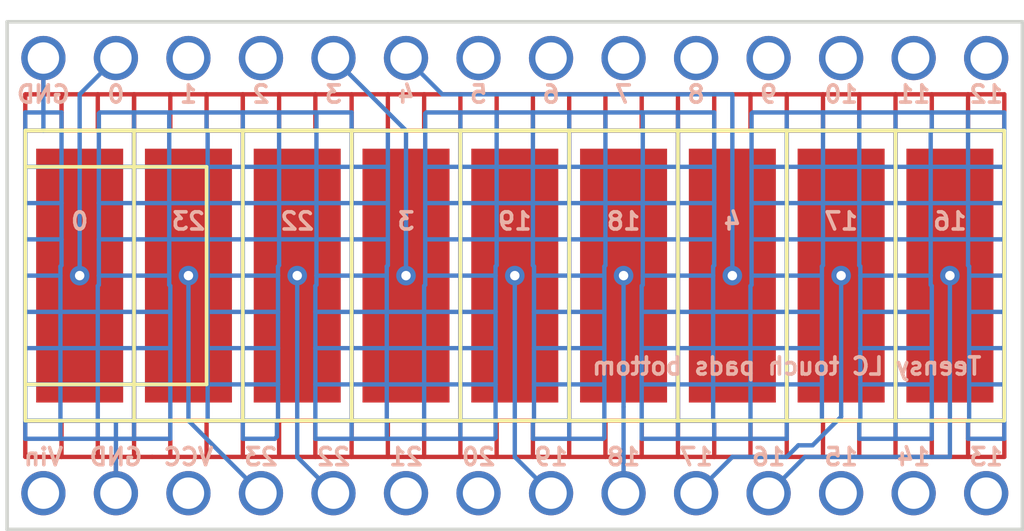
<source format=kicad_pcb>
(kicad_pcb (version 20170123) (host pcbnew no-vcs-found-29557e4~58~ubuntu17.04.1)

  (general
    (links 10)
    (no_connects 0)
    (area 24.896 23.8885 61.023501 43.243501)
    (thickness 1.6)
    (drawings 66)
    (tracks 546)
    (zones 0)
    (modules 11)
    (nets 28)
  )

  (page A4)
  (layers
    (0 F.Cu signal)
    (31 B.Cu signal)
    (32 B.Adhes user)
    (33 F.Adhes user)
    (34 B.Paste user)
    (35 F.Paste user)
    (36 B.SilkS user)
    (37 F.SilkS user)
    (38 B.Mask user)
    (39 F.Mask user)
    (40 Dwgs.User user)
    (41 Cmts.User user)
    (42 Eco1.User user)
    (43 Eco2.User user)
    (44 Edge.Cuts user)
    (45 Margin user)
    (46 B.CrtYd user)
    (47 F.CrtYd user)
    (48 B.Fab user)
    (49 F.Fab user)
  )

  (setup
    (last_trace_width 0.254)
    (user_trace_width 0.1524)
    (user_trace_width 0.2)
    (user_trace_width 0.25)
    (user_trace_width 0.3)
    (user_trace_width 0.4)
    (user_trace_width 0.5)
    (user_trace_width 0.6)
    (user_trace_width 0.8)
    (user_trace_width 1)
    (user_trace_width 1.2)
    (user_trace_width 1.5)
    (user_trace_width 2)
    (trace_clearance 0.254)
    (zone_clearance 0.1524)
    (zone_45_only no)
    (trace_min 0.1524)
    (segment_width 0.127)
    (edge_width 0.127)
    (via_size 0.6858)
    (via_drill 0.3302)
    (via_min_size 0.6858)
    (via_min_drill 0.3302)
    (uvia_size 0.508)
    (uvia_drill 0.127)
    (uvias_allowed no)
    (uvia_min_size 0.508)
    (uvia_min_drill 0.127)
    (pcb_text_width 0.127)
    (pcb_text_size 0.6 0.6)
    (mod_edge_width 0.127)
    (mod_text_size 0.6 0.6)
    (mod_text_width 0.127)
    (pad_size 3.048 8.89)
    (pad_drill 0)
    (pad_to_mask_clearance 0.05)
    (pad_to_paste_clearance -0.04)
    (aux_axis_origin 0 0)
    (visible_elements FFFFEF7F)
    (pcbplotparams
      (layerselection 0x3ffff_80000001)
      (usegerberextensions true)
      (usegerberattributes true)
      (excludeedgelayer true)
      (linewidth 0.127000)
      (plotframeref false)
      (viasonmask false)
      (mode 1)
      (useauxorigin false)
      (hpglpennumber 1)
      (hpglpenspeed 20)
      (hpglpendiameter 15)
      (psnegative false)
      (psa4output false)
      (plotreference true)
      (plotvalue true)
      (plotinvisibletext false)
      (padsonsilk false)
      (subtractmaskfromsilk false)
      (outputformat 1)
      (mirror false)
      (drillshape 0)
      (scaleselection 1)
      (outputdirectory CAM/))
  )

  (net 0 "")
  (net 1 GND)
  (net 2 /0)
  (net 3 /1)
  (net 4 /2)
  (net 5 /3)
  (net 6 /4)
  (net 7 /5)
  (net 8 /6)
  (net 9 /7)
  (net 10 /8)
  (net 11 /9)
  (net 12 /10)
  (net 13 /11)
  (net 14 /12)
  (net 15 /13)
  (net 16 /14)
  (net 17 /15)
  (net 18 /16)
  (net 19 /17)
  (net 20 /18)
  (net 21 /19)
  (net 22 /20)
  (net 23 /21)
  (net 24 /22)
  (net 25 /23)
  (net 26 VCC)
  (net 27 Vin)

  (net_class Default "Dit is de standaard class."
    (clearance 0.254)
    (trace_width 0.254)
    (via_dia 0.6858)
    (via_drill 0.3302)
    (uvia_dia 0.508)
    (uvia_drill 0.127)
    (add_net /0)
    (add_net /1)
    (add_net /10)
    (add_net /11)
    (add_net /12)
    (add_net /13)
    (add_net /14)
    (add_net /15)
    (add_net /16)
    (add_net /17)
    (add_net /18)
    (add_net /19)
    (add_net /2)
    (add_net /20)
    (add_net /21)
    (add_net /22)
    (add_net /23)
    (add_net /3)
    (add_net /4)
    (add_net /5)
    (add_net /6)
    (add_net /7)
    (add_net /8)
    (add_net /9)
    (add_net GND)
    (add_net VCC)
    (add_net Vin)
  )

  (net_class 0.2mm ""
    (clearance 0.2)
    (trace_width 0.2)
    (via_dia 0.6858)
    (via_drill 0.3302)
    (uvia_dia 0.508)
    (uvia_drill 0.127)
  )

  (net_class Minimal ""
    (clearance 0.1524)
    (trace_width 0.1524)
    (via_dia 0.6858)
    (via_drill 0.3302)
    (uvia_dia 0.508)
    (uvia_drill 0.127)
  )

  (module Touch:pad120x350 (layer F.Cu) (tedit 5938220B) (tstamp 593814AF)
    (at 58.42 34.29)
    (fp_text reference "" (at 0 0.5) (layer F.SilkS)
      (effects (font (size 1 1) (thickness 0.15)))
    )
    (fp_text value "" (at 0 -0.5) (layer F.Fab)
      (effects (font (size 1 1) (thickness 0.15)))
    )
    (pad 16 smd rect (at 0 0) (size 3.048 8.89) (layers F.Cu)
      (net 18 /16))
  )

  (module Perfboard:1x14 (layer F.Cu) (tedit 5931A313) (tstamp 59319A8F)
    (at 25.4 40.64)
    (fp_text reference "" (at 0 0.5) (layer F.SilkS)
      (effects (font (size 1 1) (thickness 0.15)))
    )
    (fp_text value "" (at 0 -0.5) (layer F.Fab)
      (effects (font (size 1 1) (thickness 0.15)))
    )
    (pad 13 thru_hole circle (at 34.29 1.27) (size 1.55 1.55) (drill 1.1) (layers *.Cu *.Mask)
      (net 15 /13))
    (pad 14 thru_hole circle (at 31.75 1.27) (size 1.55 1.55) (drill 1.1) (layers *.Cu *.Mask)
      (net 16 /14))
    (pad 15 thru_hole circle (at 29.21 1.27) (size 1.55 1.55) (drill 1.1) (layers *.Cu *.Mask)
      (net 17 /15))
    (pad 16 thru_hole circle (at 26.67 1.27) (size 1.55 1.55) (drill 1.1) (layers *.Cu *.Mask)
      (net 18 /16))
    (pad 17 thru_hole circle (at 24.13 1.27) (size 1.55 1.55) (drill 1.1) (layers *.Cu *.Mask)
      (net 19 /17))
    (pad 18 thru_hole circle (at 21.59 1.27) (size 1.55 1.55) (drill 1.1) (layers *.Cu *.Mask)
      (net 20 /18))
    (pad 19 thru_hole circle (at 19.05 1.27) (size 1.55 1.55) (drill 1.1) (layers *.Cu *.Mask)
      (net 21 /19))
    (pad 20 thru_hole circle (at 16.51 1.27) (size 1.55 1.55) (drill 1.1) (layers *.Cu *.Mask)
      (net 22 /20))
    (pad 21 thru_hole circle (at 13.97 1.27) (size 1.55 1.55) (drill 1.1) (layers *.Cu *.Mask)
      (net 23 /21))
    (pad 22 thru_hole circle (at 11.43 1.27) (size 1.55 1.55) (drill 1.1) (layers *.Cu *.Mask)
      (net 24 /22))
    (pad 23 thru_hole circle (at 8.89 1.27) (size 1.55 1.55) (drill 1.1) (layers *.Cu *.Mask)
      (net 25 /23))
    (pad VCC thru_hole circle (at 6.35 1.27) (size 1.55 1.55) (drill 1.1) (layers *.Cu *.Mask)
      (net 26 VCC))
    (pad GND thru_hole circle (at 3.81 1.27) (size 1.55 1.55) (drill 1.1) (layers *.Cu *.Mask)
      (net 1 GND))
    (pad Vin thru_hole circle (at 1.27 1.27) (size 1.55 1.55) (drill 1.1) (layers *.Cu *.Mask)
      (net 27 Vin))
  )

  (module Perfboard:1x14 (layer F.Cu) (tedit 5931A285) (tstamp 59319AB3)
    (at 25.4 25.4)
    (fp_text reference "" (at 0 0.5) (layer F.SilkS)
      (effects (font (size 1 1) (thickness 0.15)))
    )
    (fp_text value "" (at 0 -0.5) (layer F.Fab)
      (effects (font (size 1 1) (thickness 0.15)))
    )
    (pad 12 thru_hole circle (at 34.29 1.27) (size 1.55 1.55) (drill 1.1) (layers *.Cu *.Mask)
      (net 14 /12))
    (pad 11 thru_hole circle (at 31.75 1.27) (size 1.55 1.55) (drill 1.1) (layers *.Cu *.Mask)
      (net 13 /11))
    (pad 10 thru_hole circle (at 29.21 1.27) (size 1.55 1.55) (drill 1.1) (layers *.Cu *.Mask)
      (net 12 /10))
    (pad 9 thru_hole circle (at 26.67 1.27) (size 1.55 1.55) (drill 1.1) (layers *.Cu *.Mask)
      (net 11 /9))
    (pad 8 thru_hole circle (at 24.13 1.27) (size 1.55 1.55) (drill 1.1) (layers *.Cu *.Mask)
      (net 10 /8))
    (pad 7 thru_hole circle (at 21.59 1.27) (size 1.55 1.55) (drill 1.1) (layers *.Cu *.Mask)
      (net 9 /7))
    (pad 6 thru_hole circle (at 19.05 1.27) (size 1.55 1.55) (drill 1.1) (layers *.Cu *.Mask)
      (net 8 /6))
    (pad 5 thru_hole circle (at 16.51 1.27) (size 1.55 1.55) (drill 1.1) (layers *.Cu *.Mask)
      (net 7 /5))
    (pad 4 thru_hole circle (at 13.97 1.27) (size 1.55 1.55) (drill 1.1) (layers *.Cu *.Mask)
      (net 6 /4))
    (pad 3 thru_hole circle (at 11.43 1.27) (size 1.55 1.55) (drill 1.1) (layers *.Cu *.Mask)
      (net 5 /3))
    (pad 2 thru_hole circle (at 8.89 1.27) (size 1.55 1.55) (drill 1.1) (layers *.Cu *.Mask)
      (net 4 /2))
    (pad 1 thru_hole circle (at 6.35 1.27) (size 1.55 1.55) (drill 1.1) (layers *.Cu *.Mask)
      (net 3 /1))
    (pad 0 thru_hole circle (at 3.81 1.27) (size 1.55 1.55) (drill 1.1) (layers *.Cu *.Mask)
      (net 2 /0))
    (pad GND thru_hole circle (at 1.27 1.27) (size 1.55 1.55) (drill 1.1) (layers *.Cu *.Mask)
      (net 1 GND))
  )

  (module Touch:pad120x350 (layer F.Cu) (tedit 593817C5) (tstamp 59381735)
    (at 54.61 34.29)
    (fp_text reference "" (at 0 0.5) (layer F.SilkS)
      (effects (font (size 1 1) (thickness 0.15)))
    )
    (fp_text value "" (at 0 -0.5) (layer F.Fab)
      (effects (font (size 1 1) (thickness 0.15)))
    )
    (pad 17 smd rect (at 0 0) (size 3.048 8.89) (layers F.Cu)
      (net 19 /17))
  )

  (module Touch:pad120x350 (layer F.Cu) (tedit 593817DB) (tstamp 59381745)
    (at 50.8 34.29)
    (fp_text reference "" (at 0 0.5) (layer F.SilkS)
      (effects (font (size 1 1) (thickness 0.15)))
    )
    (fp_text value "" (at 0 -0.5) (layer F.Fab)
      (effects (font (size 1 1) (thickness 0.15)))
    )
    (pad 4 smd rect (at 0 0) (size 3.048 8.89) (layers F.Cu)
      (net 6 /4))
  )

  (module Touch:pad120x350 (layer F.Cu) (tedit 593817E6) (tstamp 5938174F)
    (at 46.99 34.29)
    (fp_text reference "" (at 0 0.5) (layer F.SilkS)
      (effects (font (size 1 1) (thickness 0.15)))
    )
    (fp_text value "" (at 0 -0.5) (layer F.Fab)
      (effects (font (size 1 1) (thickness 0.15)))
    )
    (pad 18 smd rect (at 0 0) (size 3.048 8.89) (layers F.Cu)
      (net 20 /18))
  )

  (module Touch:pad120x350 (layer F.Cu) (tedit 593817EF) (tstamp 59381758)
    (at 43.18 34.29)
    (fp_text reference "" (at 0 0.5) (layer F.SilkS)
      (effects (font (size 1 1) (thickness 0.15)))
    )
    (fp_text value "" (at 0 -0.5) (layer F.Fab)
      (effects (font (size 1 1) (thickness 0.15)))
    )
    (pad 19 smd rect (at 0 0) (size 3.048 8.89) (layers F.Cu)
      (net 21 /19))
  )

  (module Touch:pad120x350 (layer F.Cu) (tedit 593817F8) (tstamp 5938178B)
    (at 39.37 34.29)
    (fp_text reference "" (at 0 0.5) (layer F.SilkS)
      (effects (font (size 1 1) (thickness 0.15)))
    )
    (fp_text value "" (at 0 -0.5) (layer F.Fab)
      (effects (font (size 1 1) (thickness 0.15)))
    )
    (pad 3 smd rect (at 0 0) (size 3.048 8.89) (layers F.Cu)
      (net 5 /3))
  )

  (module Touch:pad120x350 (layer F.Cu) (tedit 59381802) (tstamp 59381794)
    (at 35.56 34.29)
    (fp_text reference "" (at 0 0.5) (layer F.SilkS)
      (effects (font (size 1 1) (thickness 0.15)))
    )
    (fp_text value "" (at 0 -0.5) (layer F.Fab)
      (effects (font (size 1 1) (thickness 0.15)))
    )
    (pad 22 smd rect (at 0 0) (size 3.048 8.89) (layers F.Cu)
      (net 24 /22))
  )

  (module Touch:pad120x350 (layer F.Cu) (tedit 5938180A) (tstamp 5938179D)
    (at 31.75 34.29)
    (fp_text reference "" (at 0 0.5) (layer F.SilkS)
      (effects (font (size 1 1) (thickness 0.15)))
    )
    (fp_text value "" (at 0 -0.5) (layer F.Fab)
      (effects (font (size 1 1) (thickness 0.15)))
    )
    (pad 23 smd rect (at 0 0) (size 3.048 8.89) (layers F.Cu)
      (net 25 /23))
  )

  (module Touch:pad120x350 (layer F.Cu) (tedit 59381815) (tstamp 593817A6)
    (at 27.94 34.29)
    (fp_text reference "" (at 0 0.5) (layer F.SilkS)
      (effects (font (size 1 1) (thickness 0.15)))
    )
    (fp_text value "" (at 0 -0.5) (layer F.Fab)
      (effects (font (size 1 1) (thickness 0.15)))
    )
    (pad 0 smd rect (at 0 0) (size 3.048 8.89) (layers F.Cu)
      (net 2 /0))
  )

  (gr_text "Teensy LC touch pads bottom" (at 52.705 37.465) (layer B.SilkS)
    (effects (font (size 0.6 0.6) (thickness 0.127)) (justify mirror))
  )
  (gr_text Vin (at 26.67 40.64) (layer B.SilkS)
    (effects (font (size 0.6 0.6) (thickness 0.127)) (justify mirror))
  )
  (gr_text GND (at 29.21 40.64) (layer B.SilkS)
    (effects (font (size 0.6 0.6) (thickness 0.127)) (justify mirror))
  )
  (gr_text VCC (at 31.75 40.64) (layer B.SilkS)
    (effects (font (size 0.6 0.6) (thickness 0.127)) (justify mirror))
  )
  (gr_text 23 (at 34.29 40.64) (layer B.SilkS)
    (effects (font (size 0.6 0.6) (thickness 0.127)) (justify mirror))
  )
  (gr_text 22 (at 36.83 40.64) (layer B.SilkS)
    (effects (font (size 0.6 0.6) (thickness 0.127)) (justify mirror))
  )
  (gr_text 21 (at 39.37 40.64) (layer B.SilkS)
    (effects (font (size 0.6 0.6) (thickness 0.127)) (justify mirror))
  )
  (gr_text 20 (at 41.91 40.64) (layer B.SilkS)
    (effects (font (size 0.6 0.6) (thickness 0.127)) (justify mirror))
  )
  (gr_text 19 (at 44.45 40.64) (layer B.SilkS)
    (effects (font (size 0.6 0.6) (thickness 0.127)) (justify mirror))
  )
  (gr_text 18 (at 46.99 40.64) (layer B.SilkS)
    (effects (font (size 0.6 0.6) (thickness 0.127)) (justify mirror))
  )
  (gr_text 17 (at 49.53 40.64) (layer B.SilkS)
    (effects (font (size 0.6 0.6) (thickness 0.127)) (justify mirror))
  )
  (gr_text 16 (at 52.07 40.64) (layer B.SilkS)
    (effects (font (size 0.6 0.6) (thickness 0.127)) (justify mirror))
  )
  (gr_text 15 (at 54.61 40.64) (layer B.SilkS)
    (effects (font (size 0.6 0.6) (thickness 0.127)) (justify mirror))
  )
  (gr_text 14 (at 57.15 40.64) (layer B.SilkS)
    (effects (font (size 0.6 0.6) (thickness 0.127)) (justify mirror))
  )
  (gr_text 13 (at 59.69 40.64) (layer B.SilkS)
    (effects (font (size 0.6 0.6) (thickness 0.127)) (justify mirror))
  )
  (gr_text 12 (at 59.69 27.94) (layer B.SilkS)
    (effects (font (size 0.6 0.6) (thickness 0.127)) (justify mirror))
  )
  (gr_text 11 (at 57.15 27.94) (layer B.SilkS)
    (effects (font (size 0.6 0.6) (thickness 0.127)) (justify mirror))
  )
  (gr_text 10 (at 54.61 27.94) (layer B.SilkS)
    (effects (font (size 0.6 0.6) (thickness 0.127)) (justify mirror))
  )
  (gr_text 9 (at 52.07 27.94) (layer B.SilkS)
    (effects (font (size 0.6 0.6) (thickness 0.127)) (justify mirror))
  )
  (gr_text 8 (at 49.53 27.94) (layer B.SilkS)
    (effects (font (size 0.6 0.6) (thickness 0.127)) (justify mirror))
  )
  (gr_text 7 (at 46.99 27.94) (layer B.SilkS)
    (effects (font (size 0.6 0.6) (thickness 0.127)) (justify mirror))
  )
  (gr_text 6 (at 44.45 27.94) (layer B.SilkS)
    (effects (font (size 0.6 0.6) (thickness 0.127)) (justify mirror))
  )
  (gr_text 5 (at 41.91 27.94) (layer B.SilkS)
    (effects (font (size 0.6 0.6) (thickness 0.127)) (justify mirror))
  )
  (gr_text 4 (at 39.37 27.94) (layer B.SilkS)
    (effects (font (size 0.6 0.6) (thickness 0.127)) (justify mirror))
  )
  (gr_text 3 (at 36.83 27.94) (layer B.SilkS)
    (effects (font (size 0.6 0.6) (thickness 0.127)) (justify mirror))
  )
  (gr_text 2 (at 34.29 27.94) (layer B.SilkS)
    (effects (font (size 0.6 0.6) (thickness 0.127)) (justify mirror))
  )
  (gr_text 1 (at 31.75 27.94) (layer B.SilkS)
    (effects (font (size 0.6 0.6) (thickness 0.127)) (justify mirror))
  )
  (gr_text 0 (at 29.21 27.94) (layer B.SilkS)
    (effects (font (size 0.6 0.6) (thickness 0.127)) (justify mirror))
  )
  (gr_text GND (at 26.67 27.94) (layer B.SilkS)
    (effects (font (size 0.6 0.6) (thickness 0.127)) (justify mirror))
  )
  (gr_text 0 (at 27.94 32.385) (layer B.SilkS)
    (effects (font (size 0.6 0.6) (thickness 0.127)) (justify mirror))
  )
  (gr_text 23 (at 31.75 32.385) (layer B.SilkS)
    (effects (font (size 0.6 0.6) (thickness 0.127)) (justify mirror))
  )
  (gr_text 22 (at 35.56 32.385) (layer B.SilkS)
    (effects (font (size 0.6 0.6) (thickness 0.127)) (justify mirror))
  )
  (gr_text 3 (at 39.37 32.385) (layer B.SilkS)
    (effects (font (size 0.6 0.6) (thickness 0.127)) (justify mirror))
  )
  (gr_text 19 (at 43.18 32.385) (layer B.SilkS)
    (effects (font (size 0.6 0.6) (thickness 0.127)) (justify mirror))
  )
  (gr_text 18 (at 46.99 32.385) (layer B.SilkS)
    (effects (font (size 0.6 0.6) (thickness 0.127)) (justify mirror))
  )
  (gr_text 4 (at 50.8 32.385) (layer B.SilkS)
    (effects (font (size 0.6 0.6) (thickness 0.127)) (justify mirror))
  )
  (gr_text 17 (at 54.61 32.385) (layer B.SilkS)
    (effects (font (size 0.6 0.6) (thickness 0.127)) (justify mirror))
  )
  (gr_text 16 (at 58.42 32.385) (layer B.SilkS)
    (effects (font (size 0.6 0.6) (thickness 0.127)) (justify mirror))
  )
  (gr_line (start 32.385 38.1) (end 26.035 38.1) (angle 90) (layer F.SilkS) (width 0.127))
  (gr_line (start 32.385 30.48) (end 32.385 38.1) (angle 90) (layer F.SilkS) (width 0.127))
  (gr_line (start 26.035 30.48) (end 32.385 30.48) (angle 90) (layer F.SilkS) (width 0.127))
  (gr_line (start 56.515 29.21) (end 26.67 29.21) (angle 90) (layer F.SilkS) (width 0.127))
  (gr_line (start 56.515 39.37) (end 56.515 29.21) (angle 90) (layer F.SilkS) (width 0.127))
  (gr_line (start 52.705 39.37) (end 56.515 39.37) (angle 90) (layer F.SilkS) (width 0.127))
  (gr_line (start 52.705 29.21) (end 52.705 39.37) (angle 90) (layer F.SilkS) (width 0.127))
  (gr_line (start 48.895 29.21) (end 52.705 29.21) (angle 90) (layer F.SilkS) (width 0.127))
  (gr_line (start 48.895 39.37) (end 48.895 29.21) (angle 90) (layer F.SilkS) (width 0.127))
  (gr_line (start 45.085 39.37) (end 48.895 39.37) (angle 90) (layer F.SilkS) (width 0.127))
  (gr_line (start 45.085 29.21) (end 45.085 39.37) (angle 90) (layer F.SilkS) (width 0.127))
  (gr_line (start 41.275 29.21) (end 45.085 29.21) (angle 90) (layer F.SilkS) (width 0.127))
  (gr_line (start 41.275 39.37) (end 41.275 29.21) (angle 90) (layer F.SilkS) (width 0.127))
  (gr_line (start 37.465 39.37) (end 41.275 39.37) (angle 90) (layer F.SilkS) (width 0.127))
  (gr_line (start 37.465 29.21) (end 37.465 39.37) (angle 90) (layer F.SilkS) (width 0.127))
  (gr_line (start 33.655 29.21) (end 37.465 29.21) (angle 90) (layer F.SilkS) (width 0.127))
  (gr_line (start 33.655 39.37) (end 33.655 29.21) (angle 90) (layer F.SilkS) (width 0.127))
  (gr_line (start 29.845 39.37) (end 33.655 39.37) (angle 90) (layer F.SilkS) (width 0.127))
  (gr_line (start 29.845 29.21) (end 29.845 39.37) (angle 90) (layer F.SilkS) (width 0.127))
  (gr_line (start 26.035 29.21) (end 29.845 29.21) (angle 90) (layer F.SilkS) (width 0.127))
  (gr_line (start 26.035 39.37) (end 26.035 29.21) (angle 90) (layer F.SilkS) (width 0.127))
  (gr_line (start 60.325 39.37) (end 26.035 39.37) (angle 90) (layer F.SilkS) (width 0.127))
  (gr_line (start 60.325 29.21) (end 60.325 39.37) (angle 90) (layer F.SilkS) (width 0.127))
  (gr_line (start 26.035 29.21) (end 60.325 29.21) (angle 90) (layer F.SilkS) (width 0.127))
  (gr_line (start 25.4 43.18) (end 25.4 25.4) (angle 90) (layer Edge.Cuts) (width 0.127))
  (gr_line (start 60.96 43.18) (end 25.4 43.18) (angle 90) (layer Edge.Cuts) (width 0.127))
  (gr_line (start 60.96 25.4) (end 60.96 43.18) (angle 90) (layer Edge.Cuts) (width 0.127))
  (gr_line (start 25.4 25.4) (end 60.96 25.4) (angle 90) (layer Edge.Cuts) (width 0.127))

  (segment (start 46.355 28.575) (end 47.625 28.575) (width 0.1524) (layer B.Cu) (net 1))
  (segment (start 47.663101 28.613101) (end 47.625 28.575) (width 0.1524) (layer B.Cu) (net 1))
  (segment (start 47.625 28.575) (end 48.895 28.575) (width 0.1524) (layer B.Cu) (net 1))
  (segment (start 47.663101 29.248101) (end 47.663101 28.613101) (width 0.1524) (layer B.Cu) (net 1))
  (segment (start 45.085 28.575) (end 46.355 28.575) (width 0.1524) (layer B.Cu) (net 1))
  (segment (start 46.355 28.575) (end 46.355 33.92881) (width 0.1524) (layer B.Cu) (net 1))
  (segment (start 46.355 33.92881) (end 46.316899 33.966911) (width 0.1524) (layer B.Cu) (net 1))
  (segment (start 46.316899 33.966911) (end 46.316899 34.29) (width 0.1524) (layer B.Cu) (net 1))
  (segment (start 43.815 28.575) (end 45.085 28.575) (width 0.1524) (layer B.Cu) (net 1))
  (segment (start 45.085 29.21) (end 45.085 28.575) (width 0.1524) (layer B.Cu) (net 1))
  (segment (start 42.545 28.575) (end 43.815 28.575) (width 0.1524) (layer B.Cu) (net 1))
  (segment (start 43.815 28.575) (end 43.815 33.92881) (width 0.1524) (layer B.Cu) (net 1))
  (segment (start 43.815 33.92881) (end 43.853101 33.966911) (width 0.1524) (layer B.Cu) (net 1))
  (segment (start 43.853101 33.966911) (end 43.853101 34.29) (width 0.1524) (layer B.Cu) (net 1))
  (segment (start 41.275 28.575) (end 42.545 28.575) (width 0.1524) (layer B.Cu) (net 1))
  (segment (start 42.545 29.21) (end 42.545 28.575) (width 0.1524) (layer B.Cu) (net 1))
  (segment (start 40.081202 28.575) (end 41.275 28.575) (width 0.1524) (layer B.Cu) (net 1))
  (segment (start 41.275 28.575) (end 41.275 29.21) (width 0.1524) (layer B.Cu) (net 1))
  (segment (start 34.925 28.575) (end 36.195 28.575) (width 0.1524) (layer B.Cu) (net 1))
  (segment (start 36.195 28.575) (end 37.465 28.575) (width 0.1524) (layer B.Cu) (net 1))
  (segment (start 36.233101 29.248101) (end 36.233101 28.613101) (width 0.1524) (layer B.Cu) (net 1))
  (segment (start 36.233101 28.613101) (end 36.195 28.575) (width 0.1524) (layer B.Cu) (net 1))
  (segment (start 33.655 28.575) (end 34.925 28.575) (width 0.1524) (layer B.Cu) (net 1))
  (segment (start 34.925 28.575) (end 34.925 33.92881) (width 0.1524) (layer B.Cu) (net 1))
  (segment (start 34.925 33.92881) (end 34.886899 33.966911) (width 0.1524) (layer B.Cu) (net 1))
  (segment (start 34.886899 33.966911) (end 34.886899 34.29) (width 0.1524) (layer B.Cu) (net 1))
  (segment (start 32.385 28.575) (end 33.655 28.575) (width 0.1524) (layer B.Cu) (net 1))
  (segment (start 33.655 29.21) (end 33.655 28.575) (width 0.1524) (layer B.Cu) (net 1))
  (segment (start 28.651202 28.575) (end 32.385 28.575) (width 0.1524) (layer B.Cu) (net 1))
  (segment (start 32.385 28.575) (end 32.385 29.21) (width 0.1524) (layer B.Cu) (net 1))
  (segment (start 31.076899 29.248101) (end 31.076899 28.613101) (width 0.1524) (layer B.Cu) (net 1))
  (segment (start 31.076899 28.613101) (end 31.115 28.575) (width 0.1524) (layer B.Cu) (net 1))
  (segment (start 29.845 28.575) (end 29.845 29.21) (width 0.1524) (layer B.Cu) (net 1))
  (segment (start 31.038798 29.21) (end 33.655 29.21) (width 0.1524) (layer B.Cu) (net 1))
  (segment (start 31.115 29.21) (end 31.115 28.575) (width 0.1524) (layer F.Cu) (net 1))
  (segment (start 31.115 28.575) (end 31.115 27.94) (width 0.1524) (layer F.Cu) (net 1))
  (segment (start 29.845 28.575) (end 29.845 29.21) (width 0.1524) (layer F.Cu) (net 1))
  (segment (start 29.845 27.94) (end 29.845 28.575) (width 0.1524) (layer F.Cu) (net 1))
  (segment (start 48.895 28.575) (end 50.165 28.575) (width 0.1524) (layer B.Cu) (net 1))
  (segment (start 48.895 28.575) (end 48.895 29.21) (width 0.1524) (layer B.Cu) (net 1))
  (segment (start 52.705 28.575) (end 53.975 28.575) (width 0.1524) (layer B.Cu) (net 1))
  (segment (start 52.705 28.575) (end 52.705 29.21) (width 0.1524) (layer B.Cu) (net 1))
  (segment (start 51.511202 28.575) (end 52.705 28.575) (width 0.1524) (layer B.Cu) (net 1))
  (segment (start 53.975 28.575) (end 55.245 28.575) (width 0.1524) (layer B.Cu) (net 1))
  (segment (start 53.975 29.21) (end 53.975 28.575) (width 0.1524) (layer B.Cu) (net 1))
  (segment (start 55.245 28.575) (end 56.515 28.575) (width 0.1524) (layer B.Cu) (net 1))
  (segment (start 55.245 28.575) (end 55.245 29.21) (width 0.1524) (layer B.Cu) (net 1))
  (segment (start 56.515 28.575) (end 57.785 28.575) (width 0.1524) (layer B.Cu) (net 1))
  (segment (start 56.515 29.21) (end 56.515 28.575) (width 0.1524) (layer B.Cu) (net 1))
  (segment (start 57.785 28.575) (end 59.055 28.575) (width 0.1524) (layer B.Cu) (net 1))
  (segment (start 57.785 28.575) (end 57.785 29.21) (width 0.1524) (layer B.Cu) (net 1))
  (segment (start 59.055 28.575) (end 60.325 28.575) (width 0.1524) (layer B.Cu) (net 1))
  (segment (start 59.055 29.21) (end 59.055 28.575) (width 0.1524) (layer B.Cu) (net 1))
  (segment (start 56.515 40.005) (end 55.245 40.005) (width 0.1524) (layer B.Cu) (net 1))
  (segment (start 57.785 40.005) (end 56.515 40.005) (width 0.1524) (layer B.Cu) (net 1))
  (segment (start 56.515 40.005) (end 56.515 39.37) (width 0.1524) (layer B.Cu) (net 1))
  (segment (start 52.705 40.005) (end 51.435 40.005) (width 0.1524) (layer B.Cu) (net 1))
  (segment (start 51.435 40.005) (end 50.165 40.005) (width 0.1524) (layer B.Cu) (net 1))
  (segment (start 51.435 39.37) (end 51.435 40.005) (width 0.1524) (layer B.Cu) (net 1))
  (segment (start 50.165 40.005) (end 48.895 40.005) (width 0.1524) (layer B.Cu) (net 1))
  (segment (start 50.165 40.005) (end 50.165 39.37) (width 0.1524) (layer B.Cu) (net 1))
  (segment (start 48.895 40.005) (end 47.625 40.005) (width 0.1524) (layer B.Cu) (net 1))
  (segment (start 48.895 39.37) (end 48.895 40.005) (width 0.1524) (layer B.Cu) (net 1))
  (segment (start 45.085 40.005) (end 43.815 40.005) (width 0.1524) (layer B.Cu) (net 1))
  (segment (start 46.278798 40.005) (end 45.085 40.005) (width 0.1524) (layer B.Cu) (net 1))
  (segment (start 45.085 40.005) (end 45.085 39.37) (width 0.1524) (layer B.Cu) (net 1))
  (segment (start 42.468798 40.005) (end 41.275 40.005) (width 0.1524) (layer B.Cu) (net 1))
  (segment (start 41.275 40.005) (end 40.005 40.005) (width 0.1524) (layer B.Cu) (net 1))
  (segment (start 41.275 39.37) (end 41.275 40.005) (width 0.1524) (layer B.Cu) (net 1))
  (segment (start 40.005 40.005) (end 38.735 40.005) (width 0.1524) (layer B.Cu) (net 1))
  (segment (start 40.005 40.005) (end 40.005 39.37) (width 0.1524) (layer B.Cu) (net 1))
  (segment (start 38.735 40.005) (end 37.465 40.005) (width 0.1524) (layer B.Cu) (net 1))
  (segment (start 38.696899 39.331899) (end 38.696899 39.966899) (width 0.1524) (layer B.Cu) (net 1))
  (segment (start 38.696899 39.966899) (end 38.735 40.005) (width 0.1524) (layer B.Cu) (net 1))
  (segment (start 37.465 40.005) (end 36.195 40.005) (width 0.1524) (layer B.Cu) (net 1))
  (segment (start 37.465 40.005) (end 37.465 39.37) (width 0.1524) (layer B.Cu) (net 1))
  (segment (start 31.115 40.005) (end 29.845 40.005) (width 0.1524) (layer B.Cu) (net 1))
  (segment (start 29.845 39.37) (end 29.845 40.005) (width 0.1524) (layer B.Cu) (net 1))
  (segment (start 29.845 40.005) (end 28.575 40.005) (width 0.1524) (layer B.Cu) (net 1))
  (segment (start 28.575 40.005) (end 27.305 40.005) (width 0.1524) (layer B.Cu) (net 1))
  (segment (start 28.575 40.005) (end 28.575 34.65119) (width 0.1524) (layer B.Cu) (net 1))
  (segment (start 28.575 34.65119) (end 28.613101 34.613089) (width 0.1524) (layer B.Cu) (net 1))
  (segment (start 28.613101 34.613089) (end 28.613101 34.29) (width 0.1524) (layer B.Cu) (net 1))
  (segment (start 27.305 40.005) (end 26.035 40.005) (width 0.1524) (layer B.Cu) (net 1))
  (segment (start 27.266899 39.331899) (end 27.266899 39.966899) (width 0.1524) (layer B.Cu) (net 1))
  (segment (start 27.266899 39.966899) (end 27.305 40.005) (width 0.1524) (layer B.Cu) (net 1))
  (segment (start 26.035 40.005) (end 26.035 39.37) (width 0.1524) (layer B.Cu) (net 1))
  (segment (start 31.115 39.37) (end 31.115 40.005) (width 0.1524) (layer B.Cu) (net 1))
  (segment (start 33.655 40.005) (end 33.655 39.37) (width 0.1524) (layer B.Cu) (net 1))
  (segment (start 34.772596 40.005) (end 33.655 40.005) (width 0.1524) (layer B.Cu) (net 1))
  (segment (start 34.848798 39.928798) (end 34.772596 40.005) (width 0.1524) (layer B.Cu) (net 1))
  (segment (start 34.848798 39.37) (end 34.848798 39.928798) (width 0.1524) (layer B.Cu) (net 1))
  (segment (start 36.195 40.005) (end 36.195 39.37) (width 0.1524) (layer B.Cu) (net 1))
  (segment (start 42.506899 39.966899) (end 42.468798 40.005) (width 0.1524) (layer B.Cu) (net 1))
  (segment (start 42.506899 39.331899) (end 42.506899 39.966899) (width 0.1524) (layer B.Cu) (net 1))
  (segment (start 43.815 40.005) (end 43.815 39.37) (width 0.1524) (layer B.Cu) (net 1))
  (segment (start 43.815 39.37) (end 43.853101 39.331899) (width 0.1524) (layer B.Cu) (net 1))
  (segment (start 46.316899 39.966899) (end 46.278798 40.005) (width 0.1524) (layer B.Cu) (net 1))
  (segment (start 46.316899 39.331899) (end 46.316899 39.966899) (width 0.1524) (layer B.Cu) (net 1))
  (segment (start 47.625 40.005) (end 47.625 39.37) (width 0.1524) (layer B.Cu) (net 1))
  (segment (start 52.705 39.37) (end 52.705 40.005) (width 0.1524) (layer B.Cu) (net 1))
  (segment (start 55.245 40.005) (end 55.245 39.37) (width 0.1524) (layer B.Cu) (net 1))
  (segment (start 55.245 39.37) (end 55.283101 39.331899) (width 0.1524) (layer B.Cu) (net 1))
  (segment (start 57.785 39.37) (end 57.785 40.005) (width 0.1524) (layer B.Cu) (net 1))
  (segment (start 59.055 40.005) (end 59.055 39.37) (width 0.1524) (layer B.Cu) (net 1))
  (segment (start 59.055 39.37) (end 59.093101 39.331899) (width 0.1524) (layer B.Cu) (net 1))
  (segment (start 60.325 40.005) (end 59.055 40.005) (width 0.1524) (layer B.Cu) (net 1))
  (segment (start 60.325 39.37) (end 60.325 40.005) (width 0.1524) (layer B.Cu) (net 1))
  (segment (start 60.325 28.575) (end 60.325 29.21) (width 0.1524) (layer B.Cu) (net 1))
  (segment (start 51.473101 28.613101) (end 51.511202 28.575) (width 0.1524) (layer B.Cu) (net 1))
  (segment (start 51.473101 29.248101) (end 51.473101 28.613101) (width 0.1524) (layer B.Cu) (net 1))
  (segment (start 50.165 28.575) (end 50.165 29.21) (width 0.1524) (layer B.Cu) (net 1))
  (segment (start 40.043101 28.613101) (end 40.081202 28.575) (width 0.1524) (layer B.Cu) (net 1))
  (segment (start 40.043101 29.248101) (end 40.043101 28.613101) (width 0.1524) (layer B.Cu) (net 1))
  (segment (start 37.465 28.575) (end 37.465 29.21) (width 0.1524) (layer B.Cu) (net 1))
  (segment (start 28.613101 28.613101) (end 28.651202 28.575) (width 0.1524) (layer B.Cu) (net 1))
  (segment (start 28.613101 29.248101) (end 28.613101 28.613101) (width 0.1524) (layer B.Cu) (net 1))
  (segment (start 27.305 28.575) (end 27.305 29.21) (width 0.1524) (layer B.Cu) (net 1))
  (segment (start 26.035 28.575) (end 27.305 28.575) (width 0.1524) (layer B.Cu) (net 1))
  (segment (start 26.035 29.21) (end 26.035 28.575) (width 0.1524) (layer B.Cu) (net 1))
  (segment (start 56.515 29.21) (end 55.245 29.21) (width 0.1524) (layer B.Cu) (net 1))
  (segment (start 56.515 29.21) (end 56.515 39.37) (width 0.1524) (layer B.Cu) (net 1))
  (segment (start 60.325 29.21) (end 56.515 29.21) (width 0.1524) (layer B.Cu) (net 1))
  (segment (start 27.305 30.48) (end 27.305 31.75) (width 0.1524) (layer B.Cu) (net 1))
  (segment (start 27.305 29.21) (end 27.305 30.48) (width 0.1524) (layer B.Cu) (net 1))
  (segment (start 26.035 31.75) (end 26.035 30.48) (width 0.1524) (layer B.Cu) (net 1))
  (segment (start 26.035 30.48) (end 26.035 29.21) (width 0.1524) (layer B.Cu) (net 1))
  (segment (start 27.305 30.48) (end 26.035 30.48) (width 0.1524) (layer B.Cu) (net 1))
  (segment (start 38.735 30.48) (end 38.735 31.75) (width 0.1524) (layer B.Cu) (net 1))
  (segment (start 38.735 29.21) (end 38.735 30.48) (width 0.1524) (layer B.Cu) (net 1))
  (segment (start 28.613101 31.75) (end 28.613101 30.48) (width 0.1524) (layer B.Cu) (net 1))
  (segment (start 28.613101 30.48) (end 28.613101 29.248101) (width 0.1524) (layer B.Cu) (net 1))
  (segment (start 38.735 30.48) (end 28.613101 30.48) (width 0.1524) (layer B.Cu) (net 1))
  (segment (start 50.165 30.48) (end 50.165 31.75) (width 0.1524) (layer B.Cu) (net 1))
  (segment (start 40.043101 30.48) (end 40.043101 29.248101) (width 0.1524) (layer B.Cu) (net 1))
  (segment (start 50.165 29.21) (end 50.165 30.48) (width 0.1524) (layer B.Cu) (net 1))
  (segment (start 50.165 30.48) (end 40.043101 30.48) (width 0.1524) (layer B.Cu) (net 1))
  (segment (start 40.043101 31.75) (end 40.043101 30.48) (width 0.1524) (layer B.Cu) (net 1))
  (segment (start 60.325 30.48) (end 60.325 29.21) (width 0.1524) (layer B.Cu) (net 1))
  (segment (start 51.473101 31.75) (end 51.473101 30.48) (width 0.1524) (layer B.Cu) (net 1))
  (segment (start 60.325 31.75) (end 60.325 30.48) (width 0.1524) (layer B.Cu) (net 1))
  (segment (start 51.473101 30.48) (end 51.473101 29.248101) (width 0.1524) (layer B.Cu) (net 1))
  (segment (start 60.325 30.48) (end 51.473101 30.48) (width 0.1524) (layer B.Cu) (net 1))
  (segment (start 51.473101 33.02) (end 51.473101 31.75) (width 0.1524) (layer B.Cu) (net 1))
  (segment (start 60.325 33.02) (end 60.325 31.75) (width 0.1524) (layer B.Cu) (net 1))
  (segment (start 51.473101 31.75) (end 60.325 31.75) (width 0.1524) (layer B.Cu) (net 1))
  (segment (start 50.165 31.75) (end 50.165 33.02) (width 0.1524) (layer B.Cu) (net 1))
  (segment (start 40.043101 33.02) (end 40.043101 31.75) (width 0.1524) (layer B.Cu) (net 1))
  (segment (start 40.043101 31.75) (end 50.165 31.75) (width 0.1524) (layer B.Cu) (net 1))
  (segment (start 28.613101 33.02) (end 28.613101 31.75) (width 0.1524) (layer B.Cu) (net 1))
  (segment (start 28.613101 31.75) (end 38.735 31.75) (width 0.1524) (layer B.Cu) (net 1))
  (segment (start 38.735 31.75) (end 38.735 33.02) (width 0.1524) (layer B.Cu) (net 1))
  (segment (start 26.035 33.02) (end 26.035 31.75) (width 0.1524) (layer B.Cu) (net 1))
  (segment (start 27.305 31.75) (end 27.305 33.02) (width 0.1524) (layer B.Cu) (net 1))
  (segment (start 26.035 31.75) (end 27.305 31.75) (width 0.1524) (layer B.Cu) (net 1))
  (segment (start 31.115 38.1) (end 31.115 36.83) (width 0.1524) (layer B.Cu) (net 1))
  (segment (start 31.115 39.37) (end 31.115 38.1) (width 0.1524) (layer B.Cu) (net 1))
  (segment (start 26.035 39.37) (end 26.035 38.1) (width 0.1524) (layer B.Cu) (net 1))
  (segment (start 26.035 38.1) (end 26.035 36.83) (width 0.1524) (layer B.Cu) (net 1))
  (segment (start 31.115 38.1) (end 26.035 38.1) (width 0.1524) (layer B.Cu) (net 1))
  (segment (start 34.886899 38.1) (end 34.886899 39.331899) (width 0.1524) (layer B.Cu) (net 1))
  (segment (start 34.886899 36.83) (end 34.886899 38.1) (width 0.1524) (layer B.Cu) (net 1))
  (segment (start 32.423101 36.83) (end 32.423101 38.1) (width 0.1524) (layer B.Cu) (net 1))
  (segment (start 32.423101 38.1) (end 32.423101 39.331899) (width 0.1524) (layer B.Cu) (net 1))
  (segment (start 34.886899 38.1) (end 32.423101 38.1) (width 0.1524) (layer B.Cu) (net 1))
  (segment (start 42.506899 38.1) (end 42.506899 39.331899) (width 0.1524) (layer B.Cu) (net 1))
  (segment (start 42.506899 36.83) (end 42.506899 38.1) (width 0.1524) (layer B.Cu) (net 1))
  (segment (start 36.195 38.1) (end 36.195 36.83) (width 0.1524) (layer B.Cu) (net 1))
  (segment (start 36.195 39.37) (end 36.195 38.1) (width 0.1524) (layer B.Cu) (net 1))
  (segment (start 42.506899 38.1) (end 36.195 38.1) (width 0.1524) (layer B.Cu) (net 1))
  (segment (start 46.316899 38.1) (end 46.316899 39.331899) (width 0.1524) (layer B.Cu) (net 1))
  (segment (start 46.316899 36.83) (end 46.316899 38.1) (width 0.1524) (layer B.Cu) (net 1))
  (segment (start 43.853101 36.83) (end 43.853101 38.1) (width 0.1524) (layer B.Cu) (net 1))
  (segment (start 43.853101 38.1) (end 43.853101 39.331899) (width 0.1524) (layer B.Cu) (net 1))
  (segment (start 46.316899 38.1) (end 43.853101 38.1) (width 0.1524) (layer B.Cu) (net 1))
  (segment (start 53.936899 38.1) (end 53.936899 39.331899) (width 0.1524) (layer B.Cu) (net 1))
  (segment (start 53.936899 36.83) (end 53.936899 38.1) (width 0.1524) (layer B.Cu) (net 1))
  (segment (start 47.625 39.37) (end 47.625 38.1) (width 0.1524) (layer B.Cu) (net 1))
  (segment (start 47.625 38.1) (end 47.625 36.83) (width 0.1524) (layer B.Cu) (net 1))
  (segment (start 53.936899 38.1) (end 47.625 38.1) (width 0.1524) (layer B.Cu) (net 1))
  (segment (start 57.785 38.1) (end 57.785 36.83) (width 0.1524) (layer B.Cu) (net 1))
  (segment (start 57.785 39.37) (end 57.785 38.1) (width 0.1524) (layer B.Cu) (net 1))
  (segment (start 55.283101 36.83) (end 55.283101 38.1) (width 0.1524) (layer B.Cu) (net 1))
  (segment (start 55.283101 38.1) (end 55.283101 39.331899) (width 0.1524) (layer B.Cu) (net 1))
  (segment (start 57.785 38.1) (end 55.283101 38.1) (width 0.1524) (layer B.Cu) (net 1))
  (segment (start 60.325 38.1) (end 60.325 36.83) (width 0.1524) (layer B.Cu) (net 1))
  (segment (start 59.093101 36.83) (end 59.093101 38.1) (width 0.1524) (layer B.Cu) (net 1))
  (segment (start 60.325 39.37) (end 60.325 38.1) (width 0.1524) (layer B.Cu) (net 1))
  (segment (start 59.093101 38.1) (end 59.093101 39.331899) (width 0.1524) (layer B.Cu) (net 1))
  (segment (start 60.325 38.1) (end 59.093101 38.1) (width 0.1524) (layer B.Cu) (net 1))
  (segment (start 59.093101 35.56) (end 59.093101 36.83) (width 0.1524) (layer B.Cu) (net 1))
  (segment (start 60.325 36.83) (end 60.325 35.56) (width 0.1524) (layer B.Cu) (net 1))
  (segment (start 59.093101 36.83) (end 60.325 36.83) (width 0.1524) (layer B.Cu) (net 1))
  (segment (start 55.283101 35.56) (end 55.283101 36.83) (width 0.1524) (layer B.Cu) (net 1))
  (segment (start 57.785 36.83) (end 57.785 35.56) (width 0.1524) (layer B.Cu) (net 1))
  (segment (start 55.283101 36.83) (end 57.785 36.83) (width 0.1524) (layer B.Cu) (net 1))
  (segment (start 47.625 36.83) (end 47.625 35.56) (width 0.1524) (layer B.Cu) (net 1))
  (segment (start 53.936899 35.56) (end 53.936899 36.83) (width 0.1524) (layer B.Cu) (net 1))
  (segment (start 47.625 36.83) (end 53.936899 36.83) (width 0.1524) (layer B.Cu) (net 1))
  (segment (start 46.316899 35.56) (end 46.316899 36.83) (width 0.1524) (layer B.Cu) (net 1))
  (segment (start 43.853101 35.56) (end 43.853101 36.83) (width 0.1524) (layer B.Cu) (net 1))
  (segment (start 43.853101 36.83) (end 46.316899 36.83) (width 0.1524) (layer B.Cu) (net 1))
  (segment (start 36.195 36.83) (end 36.195 35.56) (width 0.1524) (layer B.Cu) (net 1))
  (segment (start 42.506899 35.56) (end 42.506899 36.83) (width 0.1524) (layer B.Cu) (net 1))
  (segment (start 36.195 36.83) (end 42.506899 36.83) (width 0.1524) (layer B.Cu) (net 1))
  (segment (start 32.423101 35.56) (end 32.423101 36.83) (width 0.1524) (layer B.Cu) (net 1))
  (segment (start 34.886899 35.56) (end 34.886899 36.83) (width 0.1524) (layer B.Cu) (net 1))
  (segment (start 32.423101 36.83) (end 34.886899 36.83) (width 0.1524) (layer B.Cu) (net 1))
  (segment (start 26.035 36.83) (end 26.035 35.56) (width 0.1524) (layer B.Cu) (net 1))
  (segment (start 26.035 36.83) (end 31.115 36.83) (width 0.1524) (layer B.Cu) (net 1))
  (segment (start 31.115 36.83) (end 31.115 35.56) (width 0.1524) (layer B.Cu) (net 1))
  (segment (start 27.305 33.02) (end 27.305 33.92881) (width 0.1524) (layer B.Cu) (net 1))
  (segment (start 26.035 34.29) (end 26.035 33.02) (width 0.1524) (layer B.Cu) (net 1))
  (segment (start 27.305 33.02) (end 26.035 33.02) (width 0.1524) (layer B.Cu) (net 1))
  (segment (start 38.735 33.02) (end 38.735 33.92881) (width 0.1524) (layer B.Cu) (net 1))
  (segment (start 28.613101 34.29) (end 28.613101 33.02) (width 0.1524) (layer B.Cu) (net 1))
  (segment (start 38.735 33.02) (end 28.613101 33.02) (width 0.1524) (layer B.Cu) (net 1))
  (segment (start 50.165 33.02) (end 50.165 33.92881) (width 0.1524) (layer B.Cu) (net 1))
  (segment (start 40.043101 34.29) (end 40.043101 33.02) (width 0.1524) (layer B.Cu) (net 1))
  (segment (start 50.165 33.02) (end 40.043101 33.02) (width 0.1524) (layer B.Cu) (net 1))
  (segment (start 51.473101 34.29) (end 51.473101 33.02) (width 0.1524) (layer B.Cu) (net 1))
  (segment (start 59.055 33.02) (end 51.473101 33.02) (width 0.1524) (layer B.Cu) (net 1))
  (segment (start 60.325 34.29) (end 60.325 33.02) (width 0.1524) (layer B.Cu) (net 1))
  (segment (start 59.055 29.21) (end 59.055 33.02) (width 0.1524) (layer B.Cu) (net 1))
  (segment (start 59.055 33.02) (end 59.055 33.92881) (width 0.1524) (layer B.Cu) (net 1))
  (segment (start 60.325 33.02) (end 59.055 33.02) (width 0.1524) (layer B.Cu) (net 1))
  (segment (start 59.093101 34.29) (end 59.093101 35.56) (width 0.1524) (layer B.Cu) (net 1))
  (segment (start 60.325 35.56) (end 60.325 34.29) (width 0.1524) (layer B.Cu) (net 1))
  (segment (start 59.093101 35.56) (end 60.325 35.56) (width 0.1524) (layer B.Cu) (net 1))
  (segment (start 55.283101 34.29) (end 55.283101 35.56) (width 0.1524) (layer B.Cu) (net 1))
  (segment (start 55.283101 35.56) (end 57.785 35.56) (width 0.1524) (layer B.Cu) (net 1))
  (segment (start 57.785 35.56) (end 57.785 34.65119) (width 0.1524) (layer B.Cu) (net 1))
  (segment (start 53.936899 34.29) (end 53.936899 35.56) (width 0.1524) (layer B.Cu) (net 1))
  (segment (start 52.705 35.56) (end 53.936899 35.56) (width 0.1524) (layer B.Cu) (net 1))
  (segment (start 47.625 35.56) (end 47.625 34.65119) (width 0.1524) (layer B.Cu) (net 1))
  (segment (start 47.625 35.56) (end 52.705 35.56) (width 0.1524) (layer B.Cu) (net 1))
  (segment (start 52.705 39.37) (end 52.705 35.56) (width 0.1524) (layer B.Cu) (net 1))
  (segment (start 52.705 35.56) (end 52.705 29.21) (width 0.1524) (layer B.Cu) (net 1))
  (segment (start 43.853101 34.29) (end 43.853101 35.56) (width 0.1524) (layer B.Cu) (net 1))
  (segment (start 46.316899 34.29) (end 46.316899 35.56) (width 0.1524) (layer B.Cu) (net 1))
  (segment (start 43.853101 35.56) (end 46.316899 35.56) (width 0.1524) (layer B.Cu) (net 1))
  (segment (start 36.195 35.56) (end 36.195 34.65119) (width 0.1524) (layer B.Cu) (net 1))
  (segment (start 42.506899 34.29) (end 42.506899 35.56) (width 0.1524) (layer B.Cu) (net 1))
  (segment (start 36.195 35.56) (end 42.506899 35.56) (width 0.1524) (layer B.Cu) (net 1))
  (segment (start 32.423101 35.56) (end 34.886899 35.56) (width 0.1524) (layer B.Cu) (net 1))
  (segment (start 32.423101 34.29) (end 32.423101 35.56) (width 0.1524) (layer B.Cu) (net 1))
  (segment (start 34.886899 34.29) (end 34.886899 35.56) (width 0.1524) (layer B.Cu) (net 1))
  (segment (start 26.035 35.56) (end 26.035 34.29) (width 0.1524) (layer B.Cu) (net 1))
  (segment (start 31.115 35.56) (end 31.115 34.65119) (width 0.1524) (layer B.Cu) (net 1))
  (segment (start 26.035 35.56) (end 31.115 35.56) (width 0.1524) (layer B.Cu) (net 1))
  (segment (start 27.266899 34.29) (end 27.266899 39.331899) (width 0.1524) (layer B.Cu) (net 1))
  (segment (start 27.266899 33.966911) (end 27.266899 34.29) (width 0.1524) (layer B.Cu) (net 1))
  (segment (start 27.266899 34.29) (end 26.035 34.29) (width 0.1524) (layer B.Cu) (net 1))
  (segment (start 31.076899 34.29) (end 31.076899 29.248101) (width 0.1524) (layer B.Cu) (net 1))
  (segment (start 31.076899 34.613089) (end 31.076899 34.29) (width 0.1524) (layer B.Cu) (net 1))
  (segment (start 31.076899 34.29) (end 28.613101 34.29) (width 0.1524) (layer B.Cu) (net 1))
  (segment (start 36.233101 34.29) (end 36.233101 29.248101) (width 0.1524) (layer B.Cu) (net 1))
  (segment (start 36.233101 34.613089) (end 36.233101 34.29) (width 0.1524) (layer B.Cu) (net 1))
  (segment (start 38.696899 33.966911) (end 38.696899 34.29) (width 0.1524) (layer B.Cu) (net 1))
  (segment (start 38.696899 34.29) (end 38.696899 39.331899) (width 0.1524) (layer B.Cu) (net 1))
  (segment (start 36.233101 34.29) (end 38.696899 34.29) (width 0.1524) (layer B.Cu) (net 1))
  (segment (start 32.423101 29.324303) (end 32.423101 34.29) (width 0.1524) (layer B.Cu) (net 1))
  (segment (start 32.423101 34.29) (end 34.886899 34.29) (width 0.1524) (layer B.Cu) (net 1))
  (segment (start 34.886899 39.331899) (end 34.848798 39.37) (width 0.1524) (layer B.Cu) (net 1))
  (segment (start 34.848798 39.37) (end 33.655 39.37) (width 0.1524) (layer B.Cu) (net 1))
  (segment (start 36.195 34.65119) (end 36.233101 34.613089) (width 0.1524) (layer B.Cu) (net 1))
  (segment (start 36.233101 29.248101) (end 36.195 29.21) (width 0.1524) (layer B.Cu) (net 1))
  (segment (start 37.465 39.37) (end 36.195 39.37) (width 0.1524) (layer B.Cu) (net 1))
  (segment (start 37.465 39.37) (end 38.658798 39.37) (width 0.1524) (layer B.Cu) (net 1))
  (segment (start 38.658798 39.37) (end 38.696899 39.331899) (width 0.1524) (layer B.Cu) (net 1))
  (segment (start 37.465 29.21) (end 38.735 29.21) (width 0.1524) (layer B.Cu) (net 1))
  (segment (start 33.655 29.21) (end 37.465 29.21) (width 0.1524) (layer B.Cu) (net 1))
  (segment (start 37.465 29.21) (end 37.465 39.37) (width 0.1524) (layer B.Cu) (net 1))
  (segment (start 42.506899 33.966911) (end 42.506899 34.29) (width 0.1524) (layer B.Cu) (net 1))
  (segment (start 40.043101 34.613089) (end 40.043101 34.29) (width 0.1524) (layer B.Cu) (net 1))
  (segment (start 42.506899 34.29) (end 40.043101 34.29) (width 0.1524) (layer B.Cu) (net 1))
  (segment (start 46.316899 34.29) (end 43.853101 34.29) (width 0.1524) (layer B.Cu) (net 1))
  (segment (start 50.126899 34.29) (end 50.126899 39.331899) (width 0.1524) (layer B.Cu) (net 1))
  (segment (start 50.126899 33.966911) (end 50.126899 34.29) (width 0.1524) (layer B.Cu) (net 1))
  (segment (start 47.663101 34.613089) (end 47.663101 34.29) (width 0.1524) (layer B.Cu) (net 1))
  (segment (start 47.663101 34.29) (end 47.663101 29.248101) (width 0.1524) (layer B.Cu) (net 1))
  (segment (start 50.126899 34.29) (end 47.663101 34.29) (width 0.1524) (layer B.Cu) (net 1))
  (segment (start 53.936899 33.966911) (end 53.936899 34.29) (width 0.1524) (layer B.Cu) (net 1))
  (segment (start 53.936899 34.29) (end 51.473101 34.29) (width 0.1524) (layer B.Cu) (net 1))
  (segment (start 51.473101 34.613089) (end 51.473101 34.29) (width 0.1524) (layer B.Cu) (net 1))
  (segment (start 57.746899 34.29) (end 57.746899 29.248101) (width 0.1524) (layer B.Cu) (net 1))
  (segment (start 57.746899 34.613089) (end 57.746899 34.29) (width 0.1524) (layer B.Cu) (net 1))
  (segment (start 55.283101 33.966911) (end 55.283101 34.29) (width 0.1524) (layer B.Cu) (net 1))
  (segment (start 57.746899 34.29) (end 55.283101 34.29) (width 0.1524) (layer B.Cu) (net 1))
  (segment (start 59.093101 33.966911) (end 59.093101 34.29) (width 0.1524) (layer B.Cu) (net 1))
  (segment (start 60.325 34.29) (end 59.093101 34.29) (width 0.1524) (layer B.Cu) (net 1))
  (segment (start 41.275 39.37) (end 40.005 39.37) (width 0.1524) (layer B.Cu) (net 1))
  (segment (start 40.081202 29.21) (end 41.275 29.21) (width 0.1524) (layer B.Cu) (net 1))
  (segment (start 41.275 29.21) (end 45.085 29.21) (width 0.1524) (layer B.Cu) (net 1))
  (segment (start 41.275 39.37) (end 41.275 29.21) (width 0.1524) (layer B.Cu) (net 1))
  (segment (start 42.468798 39.37) (end 41.275 39.37) (width 0.1524) (layer B.Cu) (net 1))
  (segment (start 42.506899 39.331899) (end 42.468798 39.37) (width 0.1524) (layer B.Cu) (net 1))
  (segment (start 42.545 29.21) (end 42.545 33.92881) (width 0.1524) (layer B.Cu) (net 1))
  (segment (start 42.545 33.92881) (end 42.506899 33.966911) (width 0.1524) (layer B.Cu) (net 1))
  (segment (start 43.853101 39.331899) (end 43.891202 39.37) (width 0.1524) (layer B.Cu) (net 1))
  (segment (start 43.891202 39.37) (end 45.085 39.37) (width 0.1524) (layer B.Cu) (net 1))
  (segment (start 45.085 39.37) (end 45.085 29.21) (width 0.1524) (layer B.Cu) (net 1))
  (segment (start 45.085 29.21) (end 50.165 29.21) (width 0.1524) (layer B.Cu) (net 1))
  (segment (start 46.278798 39.37) (end 45.085 39.37) (width 0.1524) (layer B.Cu) (net 1))
  (segment (start 46.316899 39.331899) (end 46.278798 39.37) (width 0.1524) (layer B.Cu) (net 1))
  (segment (start 47.625 34.65119) (end 47.663101 34.613089) (width 0.1524) (layer B.Cu) (net 1))
  (segment (start 47.663101 29.248101) (end 47.625 29.21) (width 0.1524) (layer B.Cu) (net 1))
  (segment (start 48.895 39.37) (end 47.625 39.37) (width 0.1524) (layer B.Cu) (net 1))
  (segment (start 48.895 39.37) (end 50.088798 39.37) (width 0.1524) (layer B.Cu) (net 1))
  (segment (start 50.088798 39.37) (end 50.126899 39.331899) (width 0.1524) (layer B.Cu) (net 1))
  (segment (start 48.895 29.21) (end 48.895 39.37) (width 0.1524) (layer B.Cu) (net 1))
  (segment (start 55.321202 39.37) (end 56.515 39.37) (width 0.1524) (layer B.Cu) (net 1))
  (segment (start 56.515 39.37) (end 57.785 39.37) (width 0.1524) (layer B.Cu) (net 1))
  (segment (start 60.325 29.21) (end 59.055 29.21) (width 0.1524) (layer B.Cu) (net 1))
  (segment (start 59.131202 39.37) (end 60.325 39.37) (width 0.1524) (layer B.Cu) (net 1))
  (segment (start 59.093101 39.331899) (end 59.131202 39.37) (width 0.1524) (layer B.Cu) (net 1))
  (segment (start 59.055 33.92881) (end 59.093101 33.966911) (width 0.1524) (layer B.Cu) (net 1))
  (segment (start 57.785 29.21) (end 59.055 29.21) (width 0.1524) (layer B.Cu) (net 1))
  (segment (start 57.746899 29.248101) (end 57.785 29.21) (width 0.1524) (layer B.Cu) (net 1))
  (segment (start 57.785 34.65119) (end 57.746899 34.613089) (width 0.1524) (layer B.Cu) (net 1))
  (segment (start 55.283101 39.331899) (end 55.321202 39.37) (width 0.1524) (layer B.Cu) (net 1))
  (segment (start 55.245 29.21) (end 55.245 33.92881) (width 0.1524) (layer B.Cu) (net 1))
  (segment (start 55.245 33.92881) (end 55.283101 33.966911) (width 0.1524) (layer B.Cu) (net 1))
  (segment (start 53.975 29.21) (end 55.245 29.21) (width 0.1524) (layer B.Cu) (net 1))
  (segment (start 52.705 39.37) (end 51.435 39.37) (width 0.1524) (layer B.Cu) (net 1))
  (segment (start 53.898798 39.37) (end 52.705 39.37) (width 0.1524) (layer B.Cu) (net 1))
  (segment (start 51.511202 29.21) (end 52.705 29.21) (width 0.1524) (layer B.Cu) (net 1))
  (segment (start 52.705 29.21) (end 53.975 29.21) (width 0.1524) (layer B.Cu) (net 1))
  (segment (start 53.936899 39.331899) (end 53.898798 39.37) (width 0.1524) (layer B.Cu) (net 1))
  (segment (start 53.975 29.21) (end 53.975 33.92881) (width 0.1524) (layer B.Cu) (net 1))
  (segment (start 53.975 33.92881) (end 53.936899 33.966911) (width 0.1524) (layer B.Cu) (net 1))
  (segment (start 51.473101 29.248101) (end 51.511202 29.21) (width 0.1524) (layer B.Cu) (net 1))
  (segment (start 51.435 39.37) (end 51.435 34.65119) (width 0.1524) (layer B.Cu) (net 1))
  (segment (start 51.435 34.65119) (end 51.473101 34.613089) (width 0.1524) (layer B.Cu) (net 1))
  (segment (start 50.165 39.37) (end 51.435 39.37) (width 0.1524) (layer B.Cu) (net 1))
  (segment (start 50.126899 39.331899) (end 50.165 39.37) (width 0.1524) (layer B.Cu) (net 1))
  (segment (start 50.165 33.92881) (end 50.126899 33.966911) (width 0.1524) (layer B.Cu) (net 1))
  (segment (start 40.043101 29.248101) (end 40.081202 29.21) (width 0.1524) (layer B.Cu) (net 1))
  (segment (start 40.005 39.37) (end 40.005 34.65119) (width 0.1524) (layer B.Cu) (net 1))
  (segment (start 40.005 34.65119) (end 40.043101 34.613089) (width 0.1524) (layer B.Cu) (net 1))
  (segment (start 38.735 39.37) (end 40.005 39.37) (width 0.1524) (layer B.Cu) (net 1))
  (segment (start 38.696899 39.331899) (end 38.735 39.37) (width 0.1524) (layer B.Cu) (net 1))
  (segment (start 38.735 33.92881) (end 38.696899 33.966911) (width 0.1524) (layer B.Cu) (net 1))
  (segment (start 33.655 39.37) (end 33.655 29.21) (width 0.1524) (layer B.Cu) (net 1))
  (segment (start 32.461202 39.37) (end 33.655 39.37) (width 0.1524) (layer B.Cu) (net 1))
  (segment (start 32.423101 39.331899) (end 32.461202 39.37) (width 0.1524) (layer B.Cu) (net 1))
  (segment (start 31.076899 29.248101) (end 31.038798 29.21) (width 0.1524) (layer B.Cu) (net 1))
  (segment (start 31.038798 29.21) (end 29.845 29.21) (width 0.1524) (layer B.Cu) (net 1))
  (segment (start 31.115 34.65119) (end 31.076899 34.613089) (width 0.1524) (layer B.Cu) (net 1))
  (segment (start 29.845 39.37) (end 31.115 39.37) (width 0.1524) (layer B.Cu) (net 1))
  (segment (start 29.845 39.37) (end 29.21 39.37) (width 0.1524) (layer B.Cu) (net 1))
  (segment (start 29.845 29.21) (end 29.845 39.37) (width 0.1524) (layer B.Cu) (net 1))
  (segment (start 28.651202 29.21) (end 29.845 29.21) (width 0.1524) (layer B.Cu) (net 1))
  (segment (start 28.613101 29.248101) (end 28.651202 29.21) (width 0.1524) (layer B.Cu) (net 1))
  (segment (start 27.305 33.92881) (end 27.266899 33.966911) (width 0.1524) (layer B.Cu) (net 1))
  (segment (start 27.266899 39.331899) (end 27.305 39.37) (width 0.1524) (layer B.Cu) (net 1))
  (segment (start 26.67 29.21) (end 27.305 29.21) (width 0.1524) (layer B.Cu) (net 1))
  (segment (start 26.67 29.21) (end 26.67 26.67) (width 0.1524) (layer B.Cu) (net 1))
  (segment (start 26.035 29.21) (end 26.67 29.21) (width 0.1524) (layer B.Cu) (net 1))
  (segment (start 29.21 39.37) (end 26.035 39.37) (width 0.1524) (layer B.Cu) (net 1))
  (segment (start 29.21 41.91) (end 29.21 39.37) (width 0.1524) (layer B.Cu) (net 1))
  (segment (start 57.785 29.21) (end 55.245 29.21) (width 0.1524) (layer F.Cu) (net 1))
  (segment (start 59.055 29.21) (end 57.785 29.21) (width 0.1524) (layer F.Cu) (net 1))
  (segment (start 56.515 27.94) (end 57.785 27.94) (width 0.1524) (layer F.Cu) (net 1))
  (segment (start 57.785 27.94) (end 59.055 27.94) (width 0.1524) (layer F.Cu) (net 1))
  (segment (start 57.785 29.21) (end 57.785 27.94) (width 0.1524) (layer F.Cu) (net 1))
  (segment (start 59.055 27.94) (end 60.325 27.94) (width 0.1524) (layer F.Cu) (net 1))
  (segment (start 60.325 29.21) (end 59.055 29.21) (width 0.1524) (layer F.Cu) (net 1))
  (segment (start 59.055 27.94) (end 59.055 29.21) (width 0.1524) (layer F.Cu) (net 1))
  (segment (start 59.055 39.37) (end 60.325 39.37) (width 0.1524) (layer F.Cu) (net 1))
  (segment (start 57.785 39.37) (end 59.055 39.37) (width 0.1524) (layer F.Cu) (net 1))
  (segment (start 60.325 40.64) (end 59.055 40.64) (width 0.1524) (layer F.Cu) (net 1))
  (segment (start 59.055 40.64) (end 57.785 40.64) (width 0.1524) (layer F.Cu) (net 1))
  (segment (start 59.055 39.37) (end 59.055 40.64) (width 0.1524) (layer F.Cu) (net 1))
  (segment (start 57.785 40.64) (end 56.515 40.64) (width 0.1524) (layer F.Cu) (net 1))
  (segment (start 55.245 39.37) (end 57.785 39.37) (width 0.1524) (layer F.Cu) (net 1))
  (segment (start 57.785 40.64) (end 57.785 39.37) (width 0.1524) (layer F.Cu) (net 1))
  (segment (start 53.975 39.37) (end 55.245 39.37) (width 0.1524) (layer F.Cu) (net 1))
  (segment (start 51.435 39.37) (end 53.975 39.37) (width 0.1524) (layer F.Cu) (net 1))
  (segment (start 53.975 40.64) (end 52.705 40.64) (width 0.1524) (layer F.Cu) (net 1))
  (segment (start 55.245 40.64) (end 53.975 40.64) (width 0.1524) (layer F.Cu) (net 1))
  (segment (start 53.975 39.37) (end 53.975 40.64) (width 0.1524) (layer F.Cu) (net 1))
  (segment (start 56.515 40.64) (end 55.245 40.64) (width 0.1524) (layer F.Cu) (net 1))
  (segment (start 55.245 40.64) (end 55.245 39.37) (width 0.1524) (layer F.Cu) (net 1))
  (segment (start 55.245 27.94) (end 56.515 27.94) (width 0.1524) (layer F.Cu) (net 1))
  (segment (start 56.515 27.94) (end 56.515 40.64) (width 0.1524) (layer F.Cu) (net 1))
  (segment (start 55.245 29.21) (end 53.975 29.21) (width 0.1524) (layer F.Cu) (net 1))
  (segment (start 53.975 27.94) (end 55.245 27.94) (width 0.1524) (layer F.Cu) (net 1))
  (segment (start 55.245 29.21) (end 55.245 27.94) (width 0.1524) (layer F.Cu) (net 1))
  (segment (start 52.705 27.94) (end 53.975 27.94) (width 0.1524) (layer F.Cu) (net 1))
  (segment (start 53.975 29.21) (end 51.435 29.21) (width 0.1524) (layer F.Cu) (net 1))
  (segment (start 53.975 27.94) (end 53.975 29.21) (width 0.1524) (layer F.Cu) (net 1))
  (segment (start 50.165 29.21) (end 48.895 29.21) (width 0.1524) (layer F.Cu) (net 1))
  (segment (start 51.435 29.21) (end 50.165 29.21) (width 0.1524) (layer F.Cu) (net 1))
  (segment (start 48.895 27.94) (end 50.165 27.94) (width 0.1524) (layer F.Cu) (net 1))
  (segment (start 50.165 27.94) (end 51.435 27.94) (width 0.1524) (layer F.Cu) (net 1))
  (segment (start 50.165 29.21) (end 50.165 27.94) (width 0.1524) (layer F.Cu) (net 1))
  (segment (start 51.435 27.94) (end 52.705 27.94) (width 0.1524) (layer F.Cu) (net 1))
  (segment (start 51.435 27.94) (end 51.435 29.21) (width 0.1524) (layer F.Cu) (net 1))
  (segment (start 52.705 40.64) (end 51.435 40.64) (width 0.1524) (layer F.Cu) (net 1))
  (segment (start 52.705 40.64) (end 52.705 27.94) (width 0.1524) (layer F.Cu) (net 1))
  (segment (start 51.435 40.64) (end 50.165 40.64) (width 0.1524) (layer F.Cu) (net 1))
  (segment (start 50.165 39.37) (end 51.435 39.37) (width 0.1524) (layer F.Cu) (net 1))
  (segment (start 51.435 40.64) (end 51.435 39.37) (width 0.1524) (layer F.Cu) (net 1))
  (segment (start 47.625 39.37) (end 50.165 39.37) (width 0.1524) (layer F.Cu) (net 1))
  (segment (start 50.165 40.64) (end 48.895 40.64) (width 0.1524) (layer F.Cu) (net 1))
  (segment (start 50.165 39.37) (end 50.165 40.64) (width 0.1524) (layer F.Cu) (net 1))
  (segment (start 46.355 39.37) (end 47.625 39.37) (width 0.1524) (layer F.Cu) (net 1))
  (segment (start 43.815 39.37) (end 46.355 39.37) (width 0.1524) (layer F.Cu) (net 1))
  (segment (start 46.355 39.37) (end 46.355 40.64) (width 0.1524) (layer F.Cu) (net 1))
  (segment (start 47.625 40.64) (end 46.355 40.64) (width 0.1524) (layer F.Cu) (net 1))
  (segment (start 46.355 40.64) (end 45.085 40.64) (width 0.1524) (layer F.Cu) (net 1))
  (segment (start 47.625 40.64) (end 47.625 39.37) (width 0.1524) (layer F.Cu) (net 1))
  (segment (start 48.895 40.64) (end 47.625 40.64) (width 0.1524) (layer F.Cu) (net 1))
  (segment (start 48.895 29.21) (end 48.895 40.64) (width 0.1524) (layer F.Cu) (net 1))
  (segment (start 47.625 27.94) (end 48.895 27.94) (width 0.1524) (layer F.Cu) (net 1))
  (segment (start 48.895 29.21) (end 47.625 29.21) (width 0.1524) (layer F.Cu) (net 1))
  (segment (start 48.895 27.94) (end 48.895 29.21) (width 0.1524) (layer F.Cu) (net 1))
  (segment (start 47.625 29.21) (end 46.355 29.21) (width 0.1524) (layer F.Cu) (net 1))
  (segment (start 46.355 27.94) (end 47.625 27.94) (width 0.1524) (layer F.Cu) (net 1))
  (segment (start 47.625 29.21) (end 47.625 27.94) (width 0.1524) (layer F.Cu) (net 1))
  (segment (start 45.085 27.94) (end 46.355 27.94) (width 0.1524) (layer F.Cu) (net 1))
  (segment (start 46.355 29.21) (end 43.815 29.21) (width 0.1524) (layer F.Cu) (net 1))
  (segment (start 46.355 27.94) (end 46.355 29.21) (width 0.1524) (layer F.Cu) (net 1))
  (segment (start 42.545 29.21) (end 40.005 29.21) (width 0.1524) (layer F.Cu) (net 1))
  (segment (start 43.815 29.21) (end 42.545 29.21) (width 0.1524) (layer F.Cu) (net 1))
  (segment (start 41.275 27.94) (end 42.545 27.94) (width 0.1524) (layer F.Cu) (net 1))
  (segment (start 42.545 27.94) (end 43.815 27.94) (width 0.1524) (layer F.Cu) (net 1))
  (segment (start 42.545 29.21) (end 42.545 27.94) (width 0.1524) (layer F.Cu) (net 1))
  (segment (start 43.815 27.94) (end 45.085 27.94) (width 0.1524) (layer F.Cu) (net 1))
  (segment (start 43.815 27.94) (end 43.815 29.21) (width 0.1524) (layer F.Cu) (net 1))
  (segment (start 45.085 40.64) (end 43.815 40.64) (width 0.1524) (layer F.Cu) (net 1))
  (segment (start 45.085 40.64) (end 45.085 27.94) (width 0.1524) (layer F.Cu) (net 1))
  (segment (start 42.545 39.37) (end 43.815 39.37) (width 0.1524) (layer F.Cu) (net 1))
  (segment (start 43.815 40.64) (end 42.545 40.64) (width 0.1524) (layer F.Cu) (net 1))
  (segment (start 43.815 39.37) (end 43.815 40.64) (width 0.1524) (layer F.Cu) (net 1))
  (segment (start 42.545 40.64) (end 41.275 40.64) (width 0.1524) (layer F.Cu) (net 1))
  (segment (start 42.545 40.64) (end 42.545 39.37) (width 0.1524) (layer F.Cu) (net 1))
  (segment (start 40.005 39.37) (end 42.545 39.37) (width 0.1524) (layer F.Cu) (net 1))
  (segment (start 38.735 39.37) (end 40.005 39.37) (width 0.1524) (layer F.Cu) (net 1))
  (segment (start 36.195 39.37) (end 38.735 39.37) (width 0.1524) (layer F.Cu) (net 1))
  (segment (start 40.005 40.64) (end 38.735 40.64) (width 0.1524) (layer F.Cu) (net 1))
  (segment (start 38.735 40.64) (end 37.465 40.64) (width 0.1524) (layer F.Cu) (net 1))
  (segment (start 38.735 39.37) (end 38.735 40.64) (width 0.1524) (layer F.Cu) (net 1))
  (segment (start 41.275 40.64) (end 40.005 40.64) (width 0.1524) (layer F.Cu) (net 1))
  (segment (start 40.005 40.64) (end 40.005 39.37) (width 0.1524) (layer F.Cu) (net 1))
  (segment (start 40.005 27.94) (end 41.275 27.94) (width 0.1524) (layer F.Cu) (net 1))
  (segment (start 41.275 27.94) (end 41.275 40.64) (width 0.1524) (layer F.Cu) (net 1))
  (segment (start 40.005 29.21) (end 38.735 29.21) (width 0.1524) (layer F.Cu) (net 1))
  (segment (start 40.005 29.21) (end 40.005 27.94) (width 0.1524) (layer F.Cu) (net 1))
  (segment (start 38.735 27.94) (end 40.005 27.94) (width 0.1524) (layer F.Cu) (net 1))
  (segment (start 37.465 27.94) (end 38.735 27.94) (width 0.1524) (layer F.Cu) (net 1))
  (segment (start 38.735 29.21) (end 36.195 29.21) (width 0.1524) (layer F.Cu) (net 1))
  (segment (start 38.735 27.94) (end 38.735 29.21) (width 0.1524) (layer F.Cu) (net 1))
  (segment (start 32.385 39.37) (end 34.925 39.37) (width 0.1524) (layer F.Cu) (net 1))
  (segment (start 32.385 40.64) (end 31.115 40.64) (width 0.1524) (layer F.Cu) (net 1))
  (segment (start 31.115 39.37) (end 32.385 39.37) (width 0.1524) (layer F.Cu) (net 1))
  (segment (start 33.655 40.64) (end 32.385 40.64) (width 0.1524) (layer F.Cu) (net 1))
  (segment (start 32.385 39.37) (end 32.385 40.64) (width 0.1524) (layer F.Cu) (net 1))
  (segment (start 31.115 40.64) (end 30.48 40.64) (width 0.1524) (layer F.Cu) (net 1))
  (segment (start 28.575 39.37) (end 31.115 39.37) (width 0.1524) (layer F.Cu) (net 1))
  (segment (start 31.115 40.64) (end 31.115 39.37) (width 0.1524) (layer F.Cu) (net 1))
  (segment (start 27.305 39.37) (end 28.575 39.37) (width 0.1524) (layer F.Cu) (net 1))
  (segment (start 26.035 39.37) (end 27.305 39.37) (width 0.1524) (layer F.Cu) (net 1))
  (segment (start 27.305 40.64) (end 26.035 40.64) (width 0.1524) (layer F.Cu) (net 1))
  (segment (start 28.575 40.64) (end 27.305 40.64) (width 0.1524) (layer F.Cu) (net 1))
  (segment (start 27.305 39.37) (end 27.305 40.64) (width 0.1524) (layer F.Cu) (net 1))
  (segment (start 29.21 40.64) (end 28.575 40.64) (width 0.1524) (layer F.Cu) (net 1))
  (segment (start 28.575 40.64) (end 28.575 39.37) (width 0.1524) (layer F.Cu) (net 1))
  (segment (start 30.48 40.64) (end 29.845 40.64) (width 0.1524) (layer F.Cu) (net 1))
  (segment (start 29.845 27.94) (end 29.845 40.64) (width 0.1524) (layer F.Cu) (net 1))
  (segment (start 29.845 40.64) (end 29.21 40.64) (width 0.1524) (layer F.Cu) (net 1))
  (segment (start 34.925 40.64) (end 33.655 40.64) (width 0.1524) (layer F.Cu) (net 1))
  (segment (start 33.655 40.64) (end 33.655 27.94) (width 0.1524) (layer F.Cu) (net 1))
  (segment (start 34.925 39.37) (end 36.195 39.37) (width 0.1524) (layer F.Cu) (net 1))
  (segment (start 36.195 40.64) (end 34.925 40.64) (width 0.1524) (layer F.Cu) (net 1))
  (segment (start 34.925 39.37) (end 34.925 40.64) (width 0.1524) (layer F.Cu) (net 1))
  (segment (start 37.465 40.64) (end 36.195 40.64) (width 0.1524) (layer F.Cu) (net 1))
  (segment (start 36.195 40.64) (end 36.195 39.37) (width 0.1524) (layer F.Cu) (net 1))
  (segment (start 36.195 27.94) (end 37.465 27.94) (width 0.1524) (layer F.Cu) (net 1))
  (segment (start 37.465 27.94) (end 37.465 40.64) (width 0.1524) (layer F.Cu) (net 1))
  (segment (start 36.195 29.21) (end 34.925 29.21) (width 0.1524) (layer F.Cu) (net 1))
  (segment (start 34.925 27.94) (end 36.195 27.94) (width 0.1524) (layer F.Cu) (net 1))
  (segment (start 36.195 29.21) (end 36.195 27.94) (width 0.1524) (layer F.Cu) (net 1))
  (segment (start 33.655 27.94) (end 34.925 27.94) (width 0.1524) (layer F.Cu) (net 1))
  (segment (start 34.925 29.21) (end 33.655 29.21) (width 0.1524) (layer F.Cu) (net 1))
  (segment (start 34.925 27.94) (end 34.925 29.21) (width 0.1524) (layer F.Cu) (net 1))
  (segment (start 33.655 29.21) (end 32.385 29.21) (width 0.1524) (layer F.Cu) (net 1))
  (segment (start 32.385 27.94) (end 33.655 27.94) (width 0.1524) (layer F.Cu) (net 1))
  (segment (start 33.655 29.21) (end 33.655 27.94) (width 0.1524) (layer F.Cu) (net 1))
  (segment (start 31.115 27.94) (end 32.385 27.94) (width 0.1524) (layer F.Cu) (net 1))
  (segment (start 32.385 29.21) (end 31.115 29.21) (width 0.1524) (layer F.Cu) (net 1))
  (segment (start 32.385 27.94) (end 32.385 29.21) (width 0.1524) (layer F.Cu) (net 1))
  (segment (start 31.115 29.21) (end 29.845 29.21) (width 0.1524) (layer F.Cu) (net 1))
  (segment (start 29.845 27.94) (end 31.115 27.94) (width 0.1524) (layer F.Cu) (net 1))
  (segment (start 28.575 27.94) (end 29.845 27.94) (width 0.1524) (layer F.Cu) (net 1))
  (segment (start 29.845 29.21) (end 28.575 29.21) (width 0.1524) (layer F.Cu) (net 1))
  (segment (start 28.575 29.21) (end 27.305 29.21) (width 0.1524) (layer F.Cu) (net 1))
  (segment (start 27.305 27.94) (end 28.575 27.94) (width 0.1524) (layer F.Cu) (net 1))
  (segment (start 28.575 29.21) (end 28.575 27.94) (width 0.1524) (layer F.Cu) (net 1))
  (segment (start 26.67 27.94) (end 27.305 27.94) (width 0.1524) (layer F.Cu) (net 1))
  (segment (start 27.305 29.21) (end 26.035 29.21) (width 0.1524) (layer F.Cu) (net 1))
  (segment (start 27.305 27.94) (end 27.305 29.21) (width 0.1524) (layer F.Cu) (net 1))
  (segment (start 60.325 29.21) (end 60.325 39.37) (width 0.1524) (layer F.Cu) (net 1))
  (segment (start 60.325 27.94) (end 60.325 29.21) (width 0.1524) (layer F.Cu) (net 1))
  (segment (start 26.035 39.37) (end 26.035 29.21) (width 0.1524) (layer F.Cu) (net 1))
  (segment (start 26.035 29.21) (end 26.035 27.94) (width 0.1524) (layer F.Cu) (net 1))
  (segment (start 26.035 40.64) (end 26.035 39.37) (width 0.1524) (layer F.Cu) (net 1))
  (segment (start 60.325 39.37) (end 60.325 40.64) (width 0.1524) (layer F.Cu) (net 1))
  (segment (start 26.67 27.94) (end 26.67 26.67) (width 0.1524) (layer F.Cu) (net 1))
  (segment (start 26.035 27.94) (end 26.67 27.94) (width 0.1524) (layer F.Cu) (net 1))
  (segment (start 29.21 41.91) (end 29.21 40.64) (width 0.1524) (layer F.Cu) (net 1))
  (segment (start 27.94 34.29) (end 27.94 27.94) (width 0.1524) (layer B.Cu) (net 2))
  (segment (start 27.94 27.94) (end 29.21 26.67) (width 0.1524) (layer B.Cu) (net 2))
  (via (at 27.94 34.29) (size 0.6858) (drill 0.3302) (layers F.Cu B.Cu) (net 2))
  (segment (start 39.37 34.29) (end 39.37 29.21) (width 0.1524) (layer B.Cu) (net 5))
  (segment (start 39.37 29.21) (end 36.83 26.67) (width 0.1524) (layer B.Cu) (net 5))
  (via (at 39.37 34.29) (size 0.6858) (drill 0.3302) (layers F.Cu B.Cu) (net 5))
  (segment (start 50.8 27.94) (end 40.64 27.94) (width 0.1524) (layer B.Cu) (net 6))
  (segment (start 40.64 27.94) (end 39.37 26.67) (width 0.1524) (layer B.Cu) (net 6))
  (segment (start 50.8 34.29) (end 50.8 27.94) (width 0.1524) (layer B.Cu) (net 6))
  (via (at 50.8 34.29) (size 0.6858) (drill 0.3302) (layers F.Cu B.Cu) (net 6))
  (segment (start 58.42 40.64) (end 53.34 40.64) (width 0.1524) (layer B.Cu) (net 18))
  (segment (start 53.34 40.64) (end 52.844999 41.135001) (width 0.1524) (layer B.Cu) (net 18))
  (segment (start 52.844999 41.135001) (end 52.07 41.91) (width 0.1524) (layer B.Cu) (net 18))
  (segment (start 58.42 34.29) (end 58.42 40.64) (width 0.1524) (layer B.Cu) (net 18))
  (via (at 58.42 34.29) (size 0.6858) (drill 0.3302) (layers F.Cu B.Cu) (net 18))
  (segment (start 50.8 40.64) (end 49.53 41.91) (width 0.1524) (layer B.Cu) (net 19))
  (segment (start 52.705 40.64) (end 50.8 40.64) (width 0.1524) (layer B.Cu) (net 19))
  (segment (start 53.11141 40.23359) (end 52.705 40.64) (width 0.1524) (layer B.Cu) (net 19))
  (segment (start 54.61 34.29) (end 54.61 39.233548) (width 0.1524) (layer B.Cu) (net 19))
  (segment (start 54.61 39.233548) (end 53.609958 40.23359) (width 0.1524) (layer B.Cu) (net 19))
  (segment (start 53.609958 40.23359) (end 53.11141 40.23359) (width 0.1524) (layer B.Cu) (net 19))
  (via (at 54.61 34.29) (size 0.6858) (drill 0.3302) (layers F.Cu B.Cu) (net 19))
  (segment (start 46.99 34.29) (end 46.99 38.8874) (width 0.1524) (layer B.Cu) (net 20))
  (segment (start 46.99 38.8874) (end 46.99 41.91) (width 0.1524) (layer B.Cu) (net 20))
  (via (at 46.99 34.29) (size 0.6858) (drill 0.3302) (layers F.Cu B.Cu) (net 20))
  (segment (start 43.18 34.29) (end 43.18 40.64) (width 0.1524) (layer B.Cu) (net 21))
  (segment (start 43.18 40.64) (end 44.45 41.91) (width 0.1524) (layer B.Cu) (net 21))
  (via (at 43.18 34.29) (size 0.6858) (drill 0.3302) (layers F.Cu B.Cu) (net 21))
  (segment (start 35.56 34.29) (end 35.56 40.64) (width 0.1524) (layer B.Cu) (net 24))
  (segment (start 35.56 40.64) (end 36.83 41.91) (width 0.1524) (layer B.Cu) (net 24))
  (via (at 35.56 34.29) (size 0.6858) (drill 0.3302) (layers F.Cu B.Cu) (net 24))
  (segment (start 31.75 34.29) (end 31.75 39.37) (width 0.1524) (layer B.Cu) (net 25))
  (segment (start 31.75 39.37) (end 34.29 41.91) (width 0.1524) (layer B.Cu) (net 25))
  (via (at 31.75 34.29) (size 0.6858) (drill 0.3302) (layers F.Cu B.Cu) (net 25))

)

</source>
